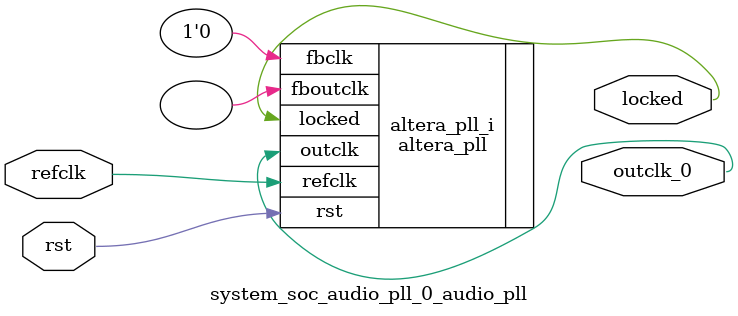
<source format=v>
`timescale 1ns/10ps
module  system_soc_audio_pll_0_audio_pll(

	// interface 'refclk'
	input wire refclk,

	// interface 'reset'
	input wire rst,

	// interface 'outclk0'
	output wire outclk_0,

	// interface 'locked'
	output wire locked
);

	altera_pll #(
		.fractional_vco_multiplier("false"),
		.reference_clock_frequency("50.0 MHz"),
		.operation_mode("direct"),
		.number_of_clocks(1),
		.output_clock_frequency0("12.288135 MHz"),
		.phase_shift0("0 ps"),
		.duty_cycle0(50),
		.output_clock_frequency1("0 MHz"),
		.phase_shift1("0 ps"),
		.duty_cycle1(50),
		.output_clock_frequency2("0 MHz"),
		.phase_shift2("0 ps"),
		.duty_cycle2(50),
		.output_clock_frequency3("0 MHz"),
		.phase_shift3("0 ps"),
		.duty_cycle3(50),
		.output_clock_frequency4("0 MHz"),
		.phase_shift4("0 ps"),
		.duty_cycle4(50),
		.output_clock_frequency5("0 MHz"),
		.phase_shift5("0 ps"),
		.duty_cycle5(50),
		.output_clock_frequency6("0 MHz"),
		.phase_shift6("0 ps"),
		.duty_cycle6(50),
		.output_clock_frequency7("0 MHz"),
		.phase_shift7("0 ps"),
		.duty_cycle7(50),
		.output_clock_frequency8("0 MHz"),
		.phase_shift8("0 ps"),
		.duty_cycle8(50),
		.output_clock_frequency9("0 MHz"),
		.phase_shift9("0 ps"),
		.duty_cycle9(50),
		.output_clock_frequency10("0 MHz"),
		.phase_shift10("0 ps"),
		.duty_cycle10(50),
		.output_clock_frequency11("0 MHz"),
		.phase_shift11("0 ps"),
		.duty_cycle11(50),
		.output_clock_frequency12("0 MHz"),
		.phase_shift12("0 ps"),
		.duty_cycle12(50),
		.output_clock_frequency13("0 MHz"),
		.phase_shift13("0 ps"),
		.duty_cycle13(50),
		.output_clock_frequency14("0 MHz"),
		.phase_shift14("0 ps"),
		.duty_cycle14(50),
		.output_clock_frequency15("0 MHz"),
		.phase_shift15("0 ps"),
		.duty_cycle15(50),
		.output_clock_frequency16("0 MHz"),
		.phase_shift16("0 ps"),
		.duty_cycle16(50),
		.output_clock_frequency17("0 MHz"),
		.phase_shift17("0 ps"),
		.duty_cycle17(50),
		.pll_type("General"),
		.pll_subtype("General")
	) altera_pll_i (
		.rst	(rst),
		.outclk	({outclk_0}),
		.locked	(locked),
		.fboutclk	( ),
		.fbclk	(1'b0),
		.refclk	(refclk)
	);
endmodule


</source>
